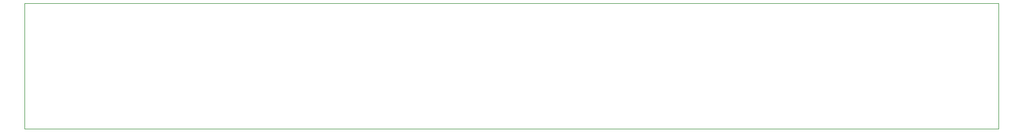
<source format=gbr>
G04 #@! TF.GenerationSoftware,KiCad,Pcbnew,(5.1.5)-3*
G04 #@! TF.CreationDate,2020-05-18T19:12:55+02:00*
G04 #@! TF.ProjectId,DNMS,444e4d53-2e6b-4696-9361-645f70636258,0.9.0*
G04 #@! TF.SameCoordinates,Original*
G04 #@! TF.FileFunction,Profile,NP*
%FSLAX46Y46*%
G04 Gerber Fmt 4.6, Leading zero omitted, Abs format (unit mm)*
G04 Created by KiCad (PCBNEW (5.1.5)-3) date 2020-05-18 19:12:55*
%MOMM*%
%LPD*%
G04 APERTURE LIST*
%ADD10C,0.050000*%
G04 APERTURE END LIST*
D10*
X60858400Y-94200000D02*
X212361800Y-94200000D01*
X60858400Y-74599800D02*
X212361800Y-74599800D01*
X60858400Y-74599800D02*
X60858400Y-94200000D01*
X212361800Y-74599800D02*
X212361800Y-94200000D01*
M02*

</source>
